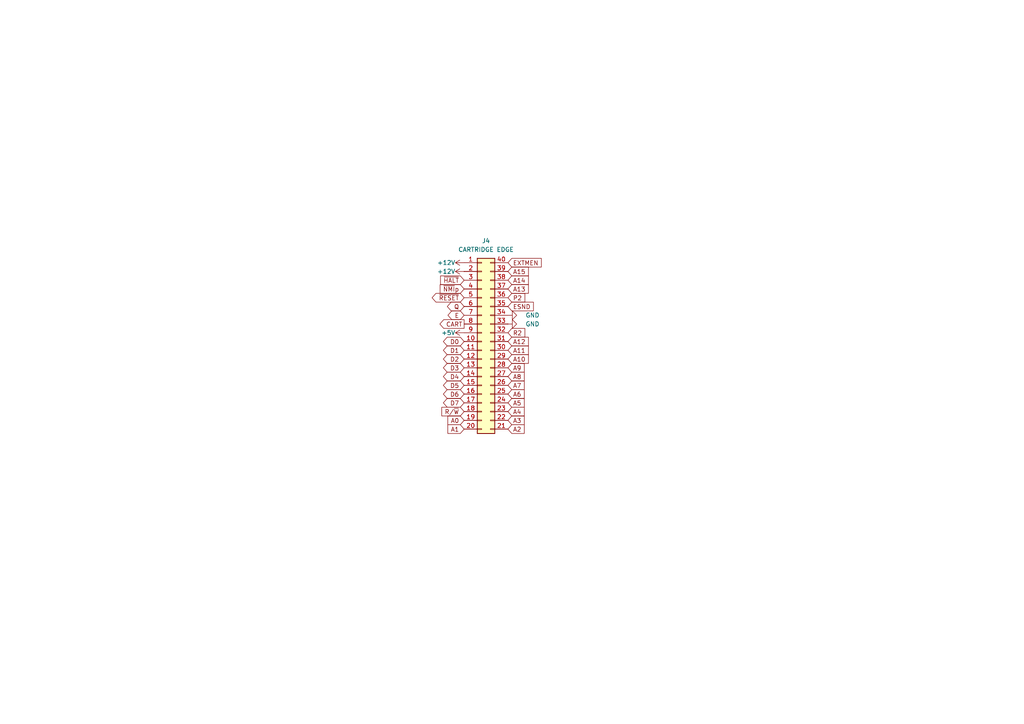
<source format=kicad_sch>
(kicad_sch (version 20231120) (generator "eeschema") (generator_version "8.0")
  (paper "A4")
  (lib_symbols
    (symbol "Connector_Generic:Conn_02x20_Counter_Clockwise" (pin_names (offset 1.016) hide)
      (property "Reference" "J" (at 1.27 25.4 0))
      (property "Value" "Conn_02x20_Counter_Clockwise" (at 1.27 -27.94 0))
      (symbol "Conn_02x20_Counter_Clockwise_1_1"
        (rectangle (start -1.27 -25.273) (end 0 -25.527) (stroke (width 0.1524)))
        (rectangle (start -1.27 -22.733) (end 0 -22.987) (stroke (width 0.1524)))
        (rectangle (start -1.27 -20.193) (end 0 -20.447) (stroke (width 0.1524)))
        (rectangle (start -1.27 -17.653) (end 0 -17.907) (stroke (width 0.1524)))
        (rectangle (start -1.27 -15.113) (end 0 -15.367) (stroke (width 0.1524)))
        (rectangle (start -1.27 -12.573) (end 0 -12.827) (stroke (width 0.1524)))
        (rectangle (start -1.27 -10.033) (end 0 -10.287) (stroke (width 0.1524)))
        (rectangle (start -1.27 -7.493) (end 0 -7.747) (stroke (width 0.1524)))
        (rectangle (start -1.27 -4.953) (end 0 -5.207) (stroke (width 0.1524)))
        (rectangle (start -1.27 -2.413) (end 0 -2.667) (stroke (width 0.1524)))
        (rectangle (start -1.27 0.127) (end 0 -0.127) (stroke (width 0.1524)))
        (rectangle (start -1.27 2.667) (end 0 2.413) (stroke (width 0.1524)))
        (rectangle (start -1.27 5.207) (end 0 4.953) (stroke (width 0.1524)))
        (rectangle (start -1.27 7.747) (end 0 7.493) (stroke (width 0.1524)))
        (rectangle (start -1.27 10.287) (end 0 10.033) (stroke (width 0.1524)))
        (rectangle (start -1.27 12.827) (end 0 12.573) (stroke (width 0.1524)))
        (rectangle (start -1.27 15.367) (end 0 15.113) (stroke (width 0.1524)))
        (rectangle (start -1.27 17.907) (end 0 17.653) (stroke (width 0.1524)))
        (rectangle (start -1.27 20.447) (end 0 20.193) (stroke (width 0.1524)))
        (rectangle (start -1.27 22.987) (end 0 22.733) (stroke (width 0.1524)))
        (rectangle (start -1.27 24.13) (end 3.81 -26.67) (stroke (width 0.254)) (fill (type background)))
        (rectangle (start 3.81 -25.273) (end 2.54 -25.527) (stroke (width 0.1524)))
        (rectangle (start 3.81 -22.733) (end 2.54 -22.987) (stroke (width 0.1524)))
        (rectangle (start 3.81 -20.193) (end 2.54 -20.447) (stroke (width 0.1524)))
        (rectangle (start 3.81 -17.653) (end 2.54 -17.907) (stroke (width 0.1524)))
        (rectangle (start 3.81 -15.113) (end 2.54 -15.367) (stroke (width 0.1524)))
        (rectangle (start 3.81 -12.573) (end 2.54 -12.827) (stroke (width 0.1524)))
        (rectangle (start 3.81 -10.033) (end 2.54 -10.287) (stroke (width 0.1524)))
        (rectangle (start 3.81 -7.493) (end 2.54 -7.747) (stroke (width 0.1524)))
        (rectangle (start 3.81 -4.953) (end 2.54 -5.207) (stroke (width 0.1524)))
        (rectangle (start 3.81 -2.413) (end 2.54 -2.667) (stroke (width 0.1524)))
        (rectangle (start 3.81 0.127) (end 2.54 -0.127) (stroke (width 0.1524)))
        (rectangle (start 3.81 2.667) (end 2.54 2.413) (stroke (width 0.1524)))
        (rectangle (start 3.81 5.207) (end 2.54 4.953) (stroke (width 0.1524)))
        (rectangle (start 3.81 7.747) (end 2.54 7.493) (stroke (width 0.1524)))
        (rectangle (start 3.81 10.287) (end 2.54 10.033) (stroke (width 0.1524)))
        (rectangle (start 3.81 12.827) (end 2.54 12.573) (stroke (width 0.1524)))
        (rectangle (start 3.81 15.367) (end 2.54 15.113) (stroke (width 0.1524)))
        (rectangle (start 3.81 17.907) (end 2.54 17.653) (stroke (width 0.1524)))
        (rectangle (start 3.81 20.447) (end 2.54 20.193) (stroke (width 0.1524)))
        (rectangle (start 3.81 22.987) (end 2.54 22.733) (stroke (width 0.1524)))
        (pin passive line (at -5.08 22.86 0) (length 3.81) (name "Pin_1") (number "1"))
        (pin passive line (at -5.08 0 0) (length 3.81) (name "Pin_10") (number "10"))
        (pin passive line (at -5.08 -2.54 0) (length 3.81) (name "Pin_11") (number "11"))
        (pin passive line (at -5.08 -5.08 0) (length 3.81) (name "Pin_12") (number "12"))
        (pin passive line (at -5.08 -7.62 0) (length 3.81) (name "Pin_13") (number "13"))
        (pin passive line (at -5.08 -10.16 0) (length 3.81) (name "Pin_14") (number "14"))
        (pin passive line (at -5.08 -12.7 0) (length 3.81) (name "Pin_15") (number "15"))
        (pin passive line (at -5.08 -15.24 0) (length 3.81) (name "Pin_16") (number "16"))
        (pin passive line (at -5.08 -17.78 0) (length 3.81) (name "Pin_17") (number "17"))
        (pin passive line (at -5.08 -20.32 0) (length 3.81) (name "Pin_18") (number "18"))
        (pin passive line (at -5.08 -22.86 0) (length 3.81) (name "Pin_19") (number "19"))
        (pin passive line (at -5.08 20.32 0) (length 3.81) (name "Pin_2") (number "2"))
        (pin passive line (at -5.08 -25.4 0) (length 3.81) (name "Pin_20") (number "20"))
        (pin passive line (at 7.62 -25.4 180) (length 3.81) (name "Pin_21") (number "21"))
        (pin passive line (at 7.62 -22.86 180) (length 3.81) (name "Pin_22") (number "22"))
        (pin passive line (at 7.62 -20.32 180) (length 3.81) (name "Pin_23") (number "23"))
        (pin passive line (at 7.62 -17.78 180) (length 3.81) (name "Pin_24") (number "24"))
        (pin passive line (at 7.62 -15.24 180) (length 3.81) (name "Pin_25") (number "25"))
        (pin passive line (at 7.62 -12.7 180) (length 3.81) (name "Pin_26") (number "26"))
        (pin passive line (at 7.62 -10.16 180) (length 3.81) (name "Pin_27") (number "27"))
        (pin passive line (at 7.62 -7.62 180) (length 3.81) (name "Pin_28") (number "28"))
        (pin passive line (at 7.62 -5.08 180) (length 3.81) (name "Pin_29") (number "29"))
        (pin passive line (at -5.08 17.78 0) (length 3.81) (name "Pin_3") (number "3"))
        (pin passive line (at 7.62 -2.54 180) (length 3.81) (name "Pin_30") (number "30"))
        (pin passive line (at 7.62 0 180) (length 3.81) (name "Pin_31") (number "31"))
        (pin passive line (at 7.62 2.54 180) (length 3.81) (name "Pin_32") (number "32"))
        (pin passive line (at 7.62 5.08 180) (length 3.81) (name "Pin_33") (number "33"))
        (pin passive line (at 7.62 7.62 180) (length 3.81) (name "Pin_34") (number "34"))
        (pin passive line (at 7.62 10.16 180) (length 3.81) (name "Pin_35") (number "35"))
        (pin passive line (at 7.62 12.7 180) (length 3.81) (name "Pin_36") (number "36"))
        (pin passive line (at 7.62 15.24 180) (length 3.81) (name "Pin_37") (number "37"))
        (pin passive line (at 7.62 17.78 180) (length 3.81) (name "Pin_38") (number "38"))
        (pin passive line (at 7.62 20.32 180) (length 3.81) (name "Pin_39") (number "39"))
        (pin passive line (at -5.08 15.24 0) (length 3.81) (name "Pin_4") (number "4"))
        (pin passive line (at 7.62 22.86 180) (length 3.81) (name "Pin_40") (number "40"))
        (pin passive line (at -5.08 12.7 0) (length 3.81) (name "Pin_5") (number "5"))
        (pin passive line (at -5.08 10.16 0) (length 3.81) (name "Pin_6") (number "6"))
        (pin passive line (at -5.08 7.62 0) (length 3.81) (name "Pin_7") (number "7"))
        (pin passive line (at -5.08 5.08 0) (length 3.81) (name "Pin_8") (number "8"))
        (pin passive line (at -5.08 2.54 0) (length 3.81) (name "Pin_9") (number "9"))
      )
    )
    (symbol "power:+12V" (power) (pin_numbers hide) (pin_names (offset 0) hide)
      (property "Value" "+12V" (at 0 3.556 0))
      (symbol "+12V_0_1"
        (polyline (pts (xy -0.762 1.27) (xy 0 2.54)))
        (polyline (pts (xy 0 0) (xy 0 2.54)))
        (polyline (pts (xy 0 2.54) (xy 0.762 1.27)))
      )
      (symbol "+12V_1_1"
        (pin power_in line (at 0 0 90) (length 0) (name "~") (number "1"))
      )
    )
    (symbol "power:+5V" (power) (pin_numbers hide) (pin_names (offset 0) hide)
      (property "Value" "+5V" (at 0 3.556 0))
      (symbol "+5V_0_1"
        (polyline (pts (xy -0.762 1.27) (xy 0 2.54)))
        (polyline (pts (xy 0 0) (xy 0 2.54)))
        (polyline (pts (xy 0 2.54) (xy 0.762 1.27)))
      )
      (symbol "+5V_1_1"
        (pin power_in line (at 0 0 90) (length 0) (name "~") (number "1"))
      )
    )
    (symbol "power:GND" (power) (pin_numbers hide) (pin_names (offset 0) hide)
      (property "Value" "GND" (at 0 -3.81 0))
      (symbol "GND_0_1"
        (polyline (pts (xy 0 0) (xy 0 -1.27) (xy 1.27 -1.27) (xy 0 -2.54) (xy -1.27 -1.27) (xy 0 -1.27)))
      )
      (symbol "GND_1_1"
        (pin power_in line (at 0 0 270) (length 0) (name "~") (number "1"))
      )
    )
  )
  (global_label "D5" (shape bidirectional) (at 134.62 111.76 180) (property "Intersheetrefs" "${INTERSHEET_REFS}" (effects (hide yes))))
  (global_label "A0" (shape input) (at 134.62 121.92 180) (property "Intersheetrefs" "${INTERSHEET_REFS}" (effects (hide yes))))
  (global_label "EXTMEN" (shape input) (at 147.32 76.2 0) (property "Intersheetrefs" "${INTERSHEET_REFS}" (effects (hide yes))))
  (global_label "D4" (shape bidirectional) (at 134.62 109.22 180) (property "Intersheetrefs" "${INTERSHEET_REFS}" (effects (hide yes))))
  (global_label "ESND" (shape input) (at 147.32 88.9 0) (property "Intersheetrefs" "${INTERSHEET_REFS}" (effects (hide yes))))
  (global_label "D0" (shape bidirectional) (at 134.62 99.06 180) (property "Intersheetrefs" "${INTERSHEET_REFS}" (effects (hide yes))))
  (global_label "D2" (shape bidirectional) (at 134.62 104.14 180) (property "Intersheetrefs" "${INTERSHEET_REFS}" (effects (hide yes))))
  (global_label "~{RESET}" (shape bidirectional) (at 134.62 86.36 180) (property "Intersheetrefs" "${INTERSHEET_REFS}" (effects (hide yes))))
  (global_label "Q" (shape bidirectional) (at 134.62 88.9 180) (property "Intersheetrefs" "${INTERSHEET_REFS}" (effects (hide yes))))
  (global_label "E" (shape bidirectional) (at 134.62 91.44 180) (property "Intersheetrefs" "${INTERSHEET_REFS}" (effects (hide yes))))
  (global_label "A3" (shape input) (at 147.32 121.92 0) (property "Intersheetrefs" "${INTERSHEET_REFS}" (effects (hide yes))))
  (global_label "CART" (shape output) (at 134.62 93.98 180) (property "Intersheetrefs" "${INTERSHEET_REFS}" (effects (hide yes))))
  (global_label "R{slash}~{W}" (shape input) (at 134.62 119.38 180) (property "Intersheetrefs" "${INTERSHEET_REFS}" (effects (hide yes))))
  (global_label "A5" (shape input) (at 147.32 116.84 0) (property "Intersheetrefs" "${INTERSHEET_REFS}" (effects (hide yes))))
  (global_label "A9" (shape input) (at 147.32 106.68 0) (property "Intersheetrefs" "${INTERSHEET_REFS}" (effects (hide yes))))
  (global_label "~{HALT}" (shape input) (at 134.62 81.28 180) (property "Intersheetrefs" "${INTERSHEET_REFS}" (effects (hide yes))))
  (global_label "A11" (shape input) (at 147.32 101.6 0) (property "Intersheetrefs" "${INTERSHEET_REFS}" (effects (hide yes))))
  (global_label "A8" (shape input) (at 147.32 109.22 0) (property "Intersheetrefs" "${INTERSHEET_REFS}" (effects (hide yes))))
  (global_label "P2" (shape input) (at 147.32 86.36 0) (property "Intersheetrefs" "${INTERSHEET_REFS}" (effects (hide yes))))
  (global_label "A4" (shape input) (at 147.32 119.38 0) (property "Intersheetrefs" "${INTERSHEET_REFS}" (effects (hide yes))))
  (global_label "D7" (shape bidirectional) (at 134.62 116.84 180) (property "Intersheetrefs" "${INTERSHEET_REFS}" (effects (hide yes))))
  (global_label "D6" (shape bidirectional) (at 134.62 114.3 180) (property "Intersheetrefs" "${INTERSHEET_REFS}" (effects (hide yes))))
  (global_label "~{NMI}p" (shape input) (at 134.62 83.82 180) (property "Intersheetrefs" "${INTERSHEET_REFS}" (effects (hide yes))))
  (global_label "A2" (shape input) (at 147.32 124.46 0) (property "Intersheetrefs" "${INTERSHEET_REFS}" (effects (hide yes))))
  (global_label "A10" (shape input) (at 147.32 104.14 0) (property "Intersheetrefs" "${INTERSHEET_REFS}" (effects (hide yes))))
  (global_label "A15" (shape input) (at 147.32 78.74 0) (property "Intersheetrefs" "${INTERSHEET_REFS}" (effects (hide yes))))
  (global_label "A7" (shape input) (at 147.32 111.76 0) (property "Intersheetrefs" "${INTERSHEET_REFS}" (effects (hide yes))))
  (global_label "R2" (shape input) (at 147.32 96.52 0) (property "Intersheetrefs" "${INTERSHEET_REFS}" (effects (hide yes))))
  (global_label "A1" (shape input) (at 134.62 124.46 180) (property "Intersheetrefs" "${INTERSHEET_REFS}" (effects (hide yes))))
  (global_label "A12" (shape input) (at 147.32 99.06 0) (property "Intersheetrefs" "${INTERSHEET_REFS}" (effects (hide yes))))
  (global_label "A6" (shape input) (at 147.32 114.3 0) (property "Intersheetrefs" "${INTERSHEET_REFS}" (effects (hide yes))))
  (global_label "D1" (shape bidirectional) (at 134.62 101.6 180) (property "Intersheetrefs" "${INTERSHEET_REFS}" (effects (hide yes))))
  (global_label "A13" (shape input) (at 147.32 83.82 0) (property "Intersheetrefs" "${INTERSHEET_REFS}" (effects (hide yes))))
  (global_label "D3" (shape bidirectional) (at 134.62 106.68 180) (property "Intersheetrefs" "${INTERSHEET_REFS}" (effects (hide yes))))
  (global_label "A14" (shape input) (at 147.32 81.28 0) (property "Intersheetrefs" "${INTERSHEET_REFS}" (effects (hide yes))))
  (symbol (lib_id "power:GND") (at 147.32 91.44 90) (unit 1)
    (property "Reference" "#PWR050" (effects (hide yes)))
    (property "Value" "GND" (at 152.4 91.4399 90) (effects (justify right)))
    (property "Description" "Power symbol creates a global label with name \"GND\" , ground" (effects (hide yes)))
  )
  (symbol (lib_id "power:+12V") (at 134.62 76.2 90) (unit 1)
    (property "Reference" "#PWR047" (effects (hide yes)))
    (property "Value" "+12V" (at 132.08 76.1999 90) (effects (justify left)))
    (property "Description" "Power symbol creates a global label with name \"+12V\"" (effects (hide yes)))
  )
  (symbol (lib_id "power:GND") (at 147.32 93.98 90) (unit 1)
    (property "Reference" "#PWR051" (effects (hide yes)))
    (property "Value" "GND" (at 152.4 93.9799 90) (effects (justify right)))
    (property "Description" "Power symbol creates a global label with name \"GND\" , ground" (effects (hide yes)))
  )
  (symbol (lib_id "power:+12V") (at 134.62 78.74 90) (unit 1)
    (property "Reference" "#PWR048" (effects (hide yes)))
    (property "Value" "+12V" (at 132.08 78.7399 90) (effects (justify left)))
    (property "Description" "Power symbol creates a global label with name \"+12V\"" (effects (hide yes)))
  )
  (symbol (lib_id "power:+5V") (at 134.62 96.52 90) (unit 1)
    (property "Reference" "#PWR049" (effects (hide yes)))
    (property "Value" "+5V" (at 132.08 96.5199 90) (effects (justify left)))
    (property "Description" "Power symbol creates a global label with name \"+5V\"" (effects (hide yes)))
  )
  (symbol (lib_id "Connector_Generic:Conn_02x20_Counter_Clockwise") (at 139.7 99.06 0) (unit 1)
    (property "Reference" "J4" (at 140.97 69.85 0))
    (property "Value" "CARTRIDGE EDGE" (at 140.97 72.39 0))
    (property "Footprint" "Connector_PinHeader_2.54mm:PinHeader_2x20_P2.54mm_Vertical" (effects (hide yes)))
    (property "Description" "Generic connector, double row, 02x20, counter clockwise pin numbering scheme (similar to DIP package numbering), script generated (kicad-library-utils/schlib/autogen/connector/)" (effects (hide yes)))
    (property "DigiKey" "S3315-ND" (effects (hide yes)))
  )
)
</source>
